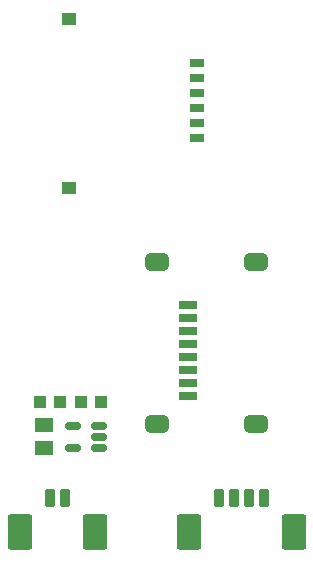
<source format=gbr>
%TF.GenerationSoftware,KiCad,Pcbnew,7.0.8*%
%TF.CreationDate,2023-10-19T11:53:07-06:00*%
%TF.ProjectId,air_station_1v5,6169725f-7374-4617-9469-6f6e5f317635,rev?*%
%TF.SameCoordinates,Original*%
%TF.FileFunction,Paste,Bot*%
%TF.FilePolarity,Positive*%
%FSLAX46Y46*%
G04 Gerber Fmt 4.6, Leading zero omitted, Abs format (unit mm)*
G04 Created by KiCad (PCBNEW 7.0.8) date 2023-10-19 11:53:07*
%MOMM*%
%LPD*%
G01*
G04 APERTURE LIST*
G04 Aperture macros list*
%AMRoundRect*
0 Rectangle with rounded corners*
0 $1 Rounding radius*
0 $2 $3 $4 $5 $6 $7 $8 $9 X,Y pos of 4 corners*
0 Add a 4 corners polygon primitive as box body*
4,1,4,$2,$3,$4,$5,$6,$7,$8,$9,$2,$3,0*
0 Add four circle primitives for the rounded corners*
1,1,$1+$1,$2,$3*
1,1,$1+$1,$4,$5*
1,1,$1+$1,$6,$7*
1,1,$1+$1,$8,$9*
0 Add four rect primitives between the rounded corners*
20,1,$1+$1,$2,$3,$4,$5,0*
20,1,$1+$1,$4,$5,$6,$7,0*
20,1,$1+$1,$6,$7,$8,$9,0*
20,1,$1+$1,$8,$9,$2,$3,0*%
G04 Aperture macros list end*
%ADD10R,1.200000X1.000000*%
%ADD11R,1.250000X0.750000*%
%ADD12RoundRect,0.200000X0.200000X0.600000X-0.200000X0.600000X-0.200000X-0.600000X0.200000X-0.600000X0*%
%ADD13RoundRect,0.250001X0.799999X1.249999X-0.799999X1.249999X-0.799999X-1.249999X0.799999X-1.249999X0*%
%ADD14R,1.500000X1.240000*%
%ADD15R,1.500000X0.800000*%
%ADD16RoundRect,0.362500X-0.637500X0.362500X-0.637500X-0.362500X0.637500X-0.362500X0.637500X0.362500X0*%
%ADD17RoundRect,0.150000X0.512500X0.150000X-0.512500X0.150000X-0.512500X-0.150000X0.512500X-0.150000X0*%
%ADD18R,1.075000X1.000000*%
G04 APERTURE END LIST*
D10*
%TO.C,J1*%
X82012000Y-54573000D03*
X82012000Y-68873000D03*
D11*
X92837000Y-59563000D03*
X92837000Y-62103000D03*
X92837000Y-64643000D03*
X92837000Y-58293000D03*
X92837000Y-60833000D03*
X92837000Y-63373000D03*
%TD*%
D12*
%TO.C,J5*%
X98452191Y-95091398D03*
X97202191Y-95091398D03*
X95952191Y-95091398D03*
X94702191Y-95091398D03*
D13*
X101002191Y-97991398D03*
X92152191Y-97991398D03*
%TD*%
D12*
%TO.C,J4*%
X81625000Y-95100000D03*
X80375000Y-95100000D03*
D13*
X84175000Y-98000000D03*
X77825000Y-98000000D03*
%TD*%
D14*
%TO.C,C4*%
X79850000Y-88979227D03*
X79850000Y-90879227D03*
%TD*%
D15*
%TO.C,J2*%
X92075000Y-78828000D03*
X92075000Y-79928000D03*
X92075000Y-81028000D03*
X92075000Y-82128000D03*
X92075000Y-83228000D03*
X92075000Y-84328000D03*
X92075000Y-85428000D03*
X92075000Y-86528000D03*
D16*
X97775000Y-75158000D03*
X89475000Y-75158000D03*
X97775000Y-88908000D03*
X89475000Y-88908000D03*
%TD*%
D17*
%TO.C,U3*%
X84557688Y-89028133D03*
X84557688Y-89978133D03*
X84557688Y-90928133D03*
X82282688Y-90928133D03*
X82282688Y-89028133D03*
%TD*%
D18*
%TO.C,R8*%
X81254275Y-86978523D03*
X79554275Y-86978523D03*
%TD*%
%TO.C,R7*%
X83000000Y-87000000D03*
X84700000Y-87000000D03*
%TD*%
M02*

</source>
